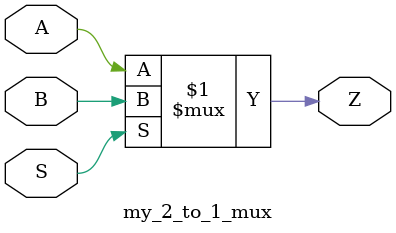
<source format=v>
`timescale 1ns / 1ps


module my_2_to_1_mux(
    input A,
    input B,
    input S,
    output Z
    );
    
    assign Z = S ? B : A;
endmodule

</source>
